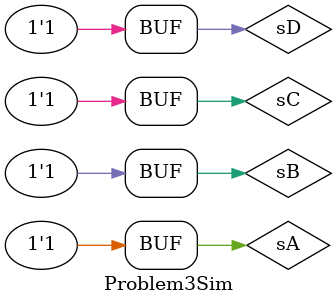
<source format=sv>
`timescale 1ns / 1ps


module Problem3Sim();
//Creation of signals
 logic sA, sB, sC, sD, sX, sY;
 //Unit under test is Module: Problem1Schematic
 Problem3MinimalTruthTables UUT ( .A(sA), .B(sB), .C(sC), .D(sD), .X(sX), .Y(sY));

 initial begin

 sA = 0; sB = 0; sC = 0; sD = 0; #10;
 sA = 0; sB = 0; sC = 0; sD = 1; #10;
 sA = 0; sB = 0; sC = 1; sD = 0; #10;
 sA = 0; sB = 0; sC = 1; sD = 1; #10;
 sA = 0; sB = 1; sC = 0; sD = 0; #10;
 sA = 0; sB = 1; sC = 0; sD = 1; #10;
 sA = 0; sB = 1; sC = 1; sD = 0; #10;
 sA = 0; sB = 1; sC = 1; sD = 1; #10;
 sA = 1; sB = 0; sC = 0; sD = 0; #10;
 sA = 1; sB = 0; sC = 0; sD = 1; #10;
 sA = 1; sB = 0; sC = 1; sD = 0; #10;
 sA = 1; sB = 0; sC = 1; sD = 1; #10;
 sA = 1; sB = 1; sC = 0; sD = 0; #10;
 sA = 1; sB = 1; sC = 0; sD = 1; #10;
 sA = 1; sB = 1; sC = 1; sD = 0; #10;
 sA = 1; sB = 1; sC = 1; sD = 1;

 end
endmodule
</source>
